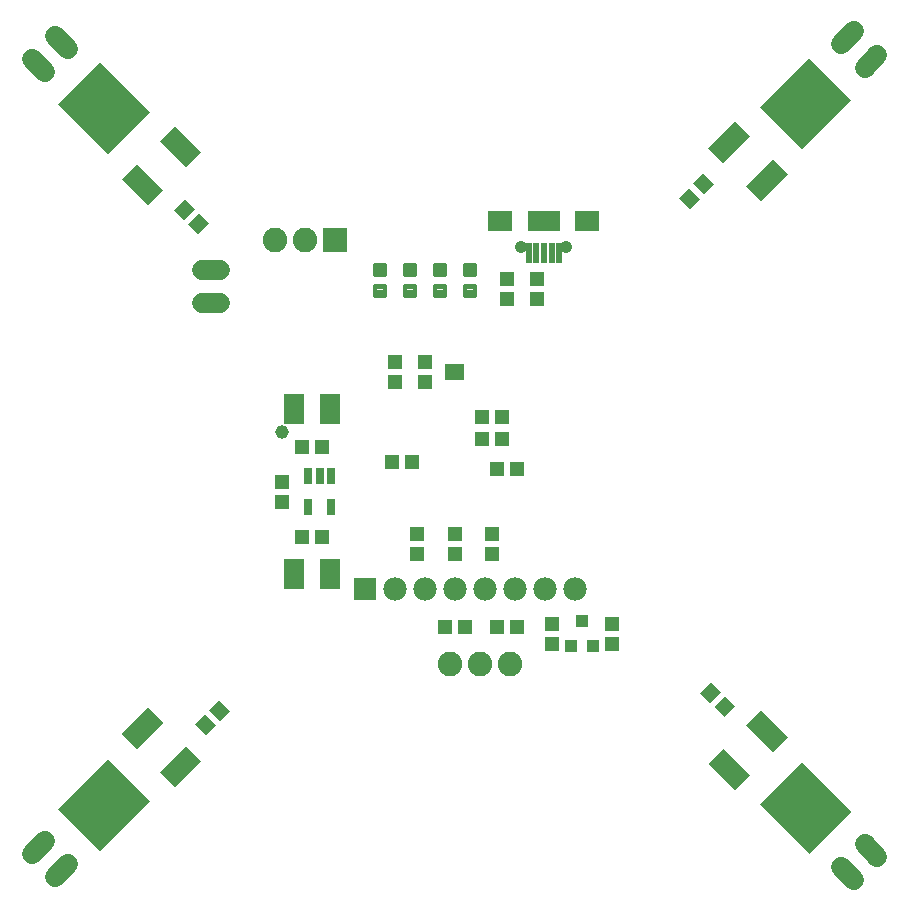
<source format=gts>
G75*
%MOIN*%
%OFA0B0*%
%FSLAX25Y25*%
%IPPOS*%
%LPD*%
%AMOC8*
5,1,8,0,0,1.08239X$1,22.5*
%
%ADD10R,0.04737X0.05131*%
%ADD11R,0.07099X0.10249*%
%ADD12R,0.05131X0.04737*%
%ADD13C,0.01421*%
%ADD14R,0.02375X0.06509*%
%ADD15C,0.04146*%
%ADD16R,0.07874X0.06693*%
%ADD17R,0.10630X0.06693*%
%ADD18R,0.07800X0.07800*%
%ADD19C,0.07800*%
%ADD20R,0.03300X0.05800*%
%ADD21R,0.02965X0.05524*%
%ADD22C,0.06800*%
%ADD23R,0.07099X0.12611*%
%ADD24R,0.19800X0.23300*%
%ADD25R,0.03950X0.04343*%
%ADD26R,0.08200X0.08200*%
%ADD27C,0.08200*%
%ADD28C,0.04565*%
D10*
G36*
X0407541Y0199373D02*
X0410890Y0202722D01*
X0414517Y0199095D01*
X0411168Y0195746D01*
X0407541Y0199373D01*
G37*
G36*
X0412274Y0204105D02*
X0415623Y0207454D01*
X0419250Y0203827D01*
X0415901Y0200478D01*
X0412274Y0204105D01*
G37*
X0481576Y0256005D03*
X0481576Y0262698D03*
X0494076Y0262698D03*
X0494076Y0256005D03*
X0506576Y0256005D03*
X0506576Y0262698D03*
X0508229Y0231851D03*
X0514922Y0231851D03*
X0497422Y0231851D03*
X0490729Y0231851D03*
X0436576Y0273505D03*
X0436576Y0280198D03*
X0484076Y0313505D03*
X0484076Y0320198D03*
X0503229Y0301851D03*
X0509922Y0301851D03*
X0509902Y0294351D03*
X0503209Y0294351D03*
G36*
X0575877Y0374597D02*
X0572528Y0371248D01*
X0568901Y0374875D01*
X0572250Y0378224D01*
X0575877Y0374597D01*
G37*
G36*
X0580610Y0379330D02*
X0577261Y0375981D01*
X0573634Y0379608D01*
X0576983Y0382957D01*
X0580610Y0379330D01*
G37*
G36*
X0408830Y0369653D02*
X0412179Y0366304D01*
X0408552Y0362677D01*
X0405203Y0366026D01*
X0408830Y0369653D01*
G37*
G36*
X0404097Y0374386D02*
X0407446Y0371037D01*
X0403819Y0367410D01*
X0400470Y0370759D01*
X0404097Y0374386D01*
G37*
G36*
X0579322Y0206549D02*
X0575973Y0209898D01*
X0579600Y0213525D01*
X0582949Y0210176D01*
X0579322Y0206549D01*
G37*
G36*
X0584054Y0201817D02*
X0580705Y0205166D01*
X0584332Y0208793D01*
X0587681Y0205444D01*
X0584054Y0201817D01*
G37*
D11*
X0452481Y0249351D03*
X0440670Y0249351D03*
X0440670Y0304351D03*
X0452481Y0304351D03*
D12*
X0449922Y0291851D03*
X0443229Y0291851D03*
X0443229Y0261851D03*
X0449922Y0261851D03*
X0473229Y0286851D03*
X0479922Y0286851D03*
X0508229Y0284351D03*
X0514922Y0284351D03*
X0474076Y0313505D03*
X0474076Y0320198D03*
X0511576Y0341005D03*
X0511576Y0347698D03*
X0521576Y0347698D03*
X0521576Y0341005D03*
X0526576Y0232698D03*
X0526576Y0226005D03*
X0546576Y0226005D03*
X0546576Y0232698D03*
D13*
X0500734Y0345430D02*
X0497418Y0345430D01*
X0500734Y0345430D02*
X0500734Y0342114D01*
X0497418Y0342114D01*
X0497418Y0345430D01*
X0497418Y0343534D02*
X0500734Y0343534D01*
X0500734Y0344954D02*
X0497418Y0344954D01*
X0497418Y0352336D02*
X0500734Y0352336D01*
X0500734Y0349020D01*
X0497418Y0349020D01*
X0497418Y0352336D01*
X0497418Y0350440D02*
X0500734Y0350440D01*
X0500734Y0351860D02*
X0497418Y0351860D01*
X0490734Y0352336D02*
X0487418Y0352336D01*
X0490734Y0352336D02*
X0490734Y0349020D01*
X0487418Y0349020D01*
X0487418Y0352336D01*
X0487418Y0350440D02*
X0490734Y0350440D01*
X0490734Y0351860D02*
X0487418Y0351860D01*
X0487418Y0345430D02*
X0490734Y0345430D01*
X0490734Y0342114D01*
X0487418Y0342114D01*
X0487418Y0345430D01*
X0487418Y0343534D02*
X0490734Y0343534D01*
X0490734Y0344954D02*
X0487418Y0344954D01*
X0480734Y0345430D02*
X0477418Y0345430D01*
X0480734Y0345430D02*
X0480734Y0342114D01*
X0477418Y0342114D01*
X0477418Y0345430D01*
X0477418Y0343534D02*
X0480734Y0343534D01*
X0480734Y0344954D02*
X0477418Y0344954D01*
X0477418Y0352336D02*
X0480734Y0352336D01*
X0480734Y0349020D01*
X0477418Y0349020D01*
X0477418Y0352336D01*
X0477418Y0350440D02*
X0480734Y0350440D01*
X0480734Y0351860D02*
X0477418Y0351860D01*
X0470734Y0352336D02*
X0467418Y0352336D01*
X0470734Y0352336D02*
X0470734Y0349020D01*
X0467418Y0349020D01*
X0467418Y0352336D01*
X0467418Y0350440D02*
X0470734Y0350440D01*
X0470734Y0351860D02*
X0467418Y0351860D01*
X0467418Y0345430D02*
X0470734Y0345430D01*
X0470734Y0342114D01*
X0467418Y0342114D01*
X0467418Y0345430D01*
X0467418Y0343534D02*
X0470734Y0343534D01*
X0470734Y0344954D02*
X0467418Y0344954D01*
D14*
X0518713Y0356493D03*
X0521272Y0356493D03*
X0523831Y0356493D03*
X0526391Y0356493D03*
X0528950Y0356493D03*
D15*
X0531312Y0358560D03*
X0516351Y0358560D03*
D16*
X0509328Y0367221D03*
X0538335Y0367221D03*
D17*
X0523831Y0367221D03*
D18*
X0464076Y0244351D03*
D19*
X0474076Y0244351D03*
X0484076Y0244351D03*
X0494076Y0244351D03*
X0504076Y0244351D03*
X0514076Y0244351D03*
X0524076Y0244351D03*
X0534076Y0244351D03*
D20*
X0495676Y0316851D03*
X0492476Y0316851D03*
D21*
X0452816Y0281970D03*
X0449076Y0281970D03*
X0445335Y0281970D03*
X0445335Y0271733D03*
X0452816Y0271733D03*
D22*
X0357381Y0160435D02*
X0353139Y0156193D01*
X0360917Y0148414D02*
X0365160Y0152657D01*
X0409954Y0339658D02*
X0415954Y0339658D01*
X0415954Y0350658D02*
X0409954Y0350658D01*
X0357381Y0416767D02*
X0353139Y0421010D01*
X0360917Y0428788D02*
X0365160Y0424545D01*
X0622992Y0426045D02*
X0627234Y0430288D01*
X0635012Y0422510D02*
X0630770Y0418267D01*
X0630770Y0159435D02*
X0635012Y0155193D01*
X0627234Y0147414D02*
X0622992Y0151657D01*
D23*
G36*
X0578479Y0186234D02*
X0583498Y0191253D01*
X0592413Y0182338D01*
X0587394Y0177319D01*
X0578479Y0186234D01*
G37*
G36*
X0591173Y0198929D02*
X0596192Y0203948D01*
X0605107Y0195033D01*
X0600088Y0190014D01*
X0591173Y0198929D01*
G37*
G36*
X0404653Y0192253D02*
X0409672Y0187234D01*
X0400757Y0178319D01*
X0395738Y0183338D01*
X0404653Y0192253D01*
G37*
G36*
X0391959Y0204948D02*
X0396978Y0199929D01*
X0388063Y0191014D01*
X0383044Y0196033D01*
X0391959Y0204948D01*
G37*
G36*
X0396978Y0377273D02*
X0391959Y0372254D01*
X0383044Y0381169D01*
X0388063Y0386188D01*
X0396978Y0377273D01*
G37*
G36*
X0409672Y0389968D02*
X0404653Y0384949D01*
X0395738Y0393864D01*
X0400757Y0398883D01*
X0409672Y0389968D01*
G37*
G36*
X0583498Y0386449D02*
X0578479Y0391468D01*
X0587394Y0400383D01*
X0592413Y0395364D01*
X0583498Y0386449D01*
G37*
G36*
X0596192Y0373754D02*
X0591173Y0378773D01*
X0600088Y0387688D01*
X0605107Y0382669D01*
X0596192Y0373754D01*
G37*
D24*
G36*
X0609759Y0391034D02*
X0595758Y0405035D01*
X0612233Y0421510D01*
X0626234Y0407509D01*
X0609759Y0391034D01*
G37*
G36*
X0392393Y0403535D02*
X0378392Y0389534D01*
X0361917Y0406009D01*
X0375918Y0420010D01*
X0392393Y0403535D01*
G37*
G36*
X0378392Y0187668D02*
X0392393Y0173667D01*
X0375918Y0157192D01*
X0361917Y0171193D01*
X0378392Y0187668D01*
G37*
G36*
X0595758Y0172667D02*
X0609759Y0186668D01*
X0626234Y0170193D01*
X0612233Y0156192D01*
X0595758Y0172667D01*
G37*
D25*
X0540316Y0225414D03*
X0532835Y0225414D03*
X0536576Y0233682D03*
D26*
X0454076Y0360851D03*
D27*
X0444076Y0360851D03*
X0434076Y0360851D03*
X0492639Y0219351D03*
X0502639Y0219351D03*
X0512639Y0219351D03*
D28*
X0436576Y0296851D03*
M02*

</source>
